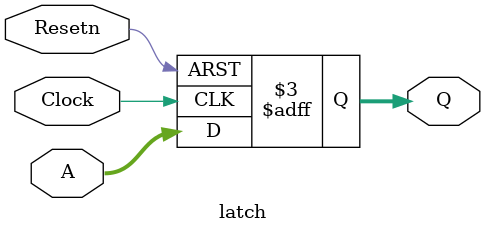
<source format=v>
module latch (
    input wire [7:0] A,           // 8-bit input A
    input wire Resetn,            // Active-low reset signal
    input wire Clock,             // Clock signal
    output reg [7:0] Q            // 8-bit output Q
);

// Sequential block triggered by Resetn or Clock changes
always @(posedge Clock or negedge Resetn) begin
    // If Resetn is low (active-low), reset the output Q to 0
    if (!Resetn)
        Q <= 8'b00000000;
    // On the rising edge of the clock, latch the value of A into Q
    else
        Q <= A;
end

endmodule

</source>
